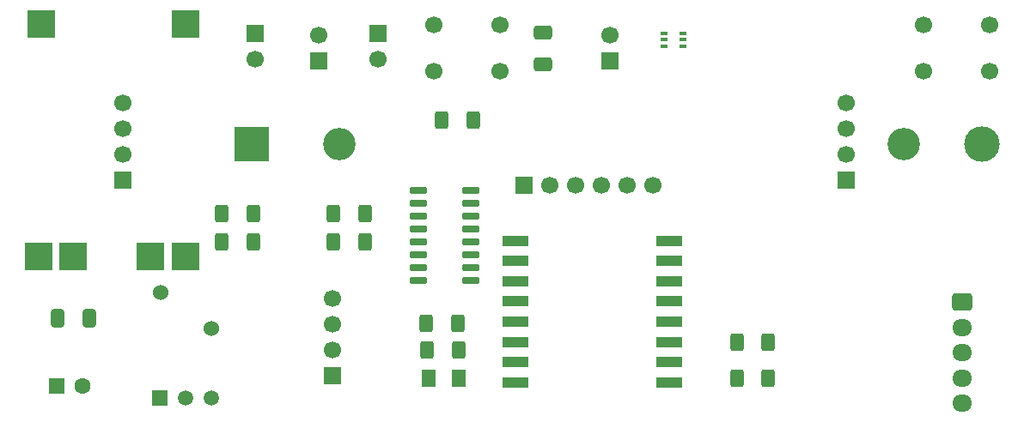
<source format=gbr>
%TF.GenerationSoftware,KiCad,Pcbnew,9.0.3*%
%TF.CreationDate,2025-07-30T11:35:09+02:00*%
%TF.ProjectId,TPOneBoard,54504f6e-6542-46f6-9172-642e6b696361,rev?*%
%TF.SameCoordinates,Original*%
%TF.FileFunction,Soldermask,Top*%
%TF.FilePolarity,Negative*%
%FSLAX46Y46*%
G04 Gerber Fmt 4.6, Leading zero omitted, Abs format (unit mm)*
G04 Created by KiCad (PCBNEW 9.0.3) date 2025-07-30 11:35:09*
%MOMM*%
%LPD*%
G01*
G04 APERTURE LIST*
G04 Aperture macros list*
%AMRoundRect*
0 Rectangle with rounded corners*
0 $1 Rounding radius*
0 $2 $3 $4 $5 $6 $7 $8 $9 X,Y pos of 4 corners*
0 Add a 4 corners polygon primitive as box body*
4,1,4,$2,$3,$4,$5,$6,$7,$8,$9,$2,$3,0*
0 Add four circle primitives for the rounded corners*
1,1,$1+$1,$2,$3*
1,1,$1+$1,$4,$5*
1,1,$1+$1,$6,$7*
1,1,$1+$1,$8,$9*
0 Add four rect primitives between the rounded corners*
20,1,$1+$1,$2,$3,$4,$5,0*
20,1,$1+$1,$4,$5,$6,$7,0*
20,1,$1+$1,$6,$7,$8,$9,0*
20,1,$1+$1,$8,$9,$2,$3,0*%
G04 Aperture macros list end*
%ADD10RoundRect,0.250000X-0.400000X-0.625000X0.400000X-0.625000X0.400000X0.625000X-0.400000X0.625000X0*%
%ADD11RoundRect,0.250000X-0.650000X0.412500X-0.650000X-0.412500X0.650000X-0.412500X0.650000X0.412500X0*%
%ADD12R,1.700000X1.700000*%
%ADD13C,1.700000*%
%ADD14RoundRect,0.250000X-0.550000X-0.550000X0.550000X-0.550000X0.550000X0.550000X-0.550000X0.550000X0*%
%ADD15C,1.600000*%
%ADD16R,1.500000X1.500000*%
%ADD17C,1.500000*%
%ADD18RoundRect,0.150000X-0.725000X-0.150000X0.725000X-0.150000X0.725000X0.150000X-0.725000X0.150000X0*%
%ADD19RoundRect,0.250000X0.400000X0.625000X-0.400000X0.625000X-0.400000X-0.625000X0.400000X-0.625000X0*%
%ADD20RoundRect,0.100000X-0.225000X-0.100000X0.225000X-0.100000X0.225000X0.100000X-0.225000X0.100000X0*%
%ADD21RoundRect,0.250000X-0.412500X-0.650000X0.412500X-0.650000X0.412500X0.650000X-0.412500X0.650000X0*%
%ADD22RoundRect,0.250000X-0.725000X0.600000X-0.725000X-0.600000X0.725000X-0.600000X0.725000X0.600000X0*%
%ADD23O,1.950000X1.700000*%
%ADD24R,2.800000X2.800000*%
%ADD25R,2.500000X1.000000*%
%ADD26RoundRect,0.250001X-0.462499X-0.624999X0.462499X-0.624999X0.462499X0.624999X-0.462499X0.624999X0*%
%ADD27C,3.200000*%
%ADD28R,3.500000X3.500000*%
%ADD29C,3.500000*%
%ADD30C,1.524000*%
G04 APERTURE END LIST*
D10*
%TO.C,R1*%
X176590000Y-105487000D03*
X179690000Y-105487000D03*
%TD*%
D11*
%TO.C,C4*%
X197216000Y-84836000D03*
X197216000Y-87961000D03*
%TD*%
D12*
%TO.C,JP6*%
X168895000Y-84913000D03*
D13*
X168895000Y-87453000D03*
%TD*%
D10*
%TO.C,R3*%
X165593000Y-102693000D03*
X168693000Y-102693000D03*
%TD*%
D14*
%TO.C,C5*%
X149352000Y-119668000D03*
D15*
X151852000Y-119668000D03*
%TD*%
D10*
%TO.C,R7*%
X216349000Y-115393000D03*
X219449000Y-115393000D03*
%TD*%
D16*
%TO.C,U2*%
X159522000Y-120918000D03*
D17*
X162062000Y-120918000D03*
X164602000Y-120918000D03*
%TD*%
D18*
%TO.C,U1*%
X184954000Y-100407000D03*
X184954000Y-101677000D03*
X184954000Y-102947000D03*
X184954000Y-104217000D03*
X184954000Y-105487000D03*
X184954000Y-106757000D03*
X184954000Y-108027000D03*
X184954000Y-109297000D03*
X190104000Y-109297000D03*
X190104000Y-108027000D03*
X190104000Y-106757000D03*
X190104000Y-105487000D03*
X190104000Y-104217000D03*
X190104000Y-102947000D03*
X190104000Y-101677000D03*
X190104000Y-100407000D03*
%TD*%
D12*
%TO.C,J8*%
X227102000Y-99418000D03*
D13*
X227102000Y-96878000D03*
X227102000Y-94338000D03*
X227102000Y-91798000D03*
%TD*%
D10*
%TO.C,R8*%
X216341000Y-118949000D03*
X219441000Y-118949000D03*
%TD*%
D19*
%TO.C,R2*%
X179690000Y-102693000D03*
X176590000Y-102693000D03*
%TD*%
D12*
%TO.C,J4*%
X203820000Y-87580000D03*
D13*
X203820000Y-85040000D03*
%TD*%
%TO.C,SW4*%
X234785000Y-84096000D03*
X241285000Y-84096000D03*
X234785000Y-88596000D03*
X241285000Y-88596000D03*
%TD*%
D19*
%TO.C,R4*%
X168693000Y-105487000D03*
X165593000Y-105487000D03*
%TD*%
D12*
%TO.C,JP3*%
X175118000Y-87580000D03*
D13*
X175118000Y-85040000D03*
%TD*%
D20*
%TO.C,Q2*%
X209159000Y-84883000D03*
X209159000Y-85533000D03*
X209159000Y-86183000D03*
X211059000Y-86183000D03*
X211059000Y-85533000D03*
X211059000Y-84883000D03*
%TD*%
D13*
%TO.C,SW5*%
X186525000Y-84096000D03*
X193025000Y-84096000D03*
X186525000Y-88596000D03*
X193025000Y-88596000D03*
%TD*%
D21*
%TO.C,C6*%
X149387000Y-112980000D03*
X152512000Y-112980000D03*
%TD*%
D12*
%TO.C,JP2*%
X180960000Y-84913000D03*
D13*
X180960000Y-87453000D03*
%TD*%
D22*
%TO.C,J1*%
X238602000Y-111418000D03*
D23*
X238602000Y-113918000D03*
X238602000Y-116418000D03*
X238602000Y-118918000D03*
X238602000Y-121418000D03*
%TD*%
D12*
%TO.C,J3*%
X195402000Y-99918000D03*
D13*
X197942000Y-99918000D03*
X200482000Y-99918000D03*
X203022000Y-99918000D03*
X205562000Y-99918000D03*
X208102000Y-99918000D03*
%TD*%
D19*
%TO.C,R5*%
X188909000Y-116153000D03*
X185809000Y-116153000D03*
%TD*%
D24*
%TO.C,J5*%
X162037000Y-83984000D03*
X147837000Y-83984000D03*
X162037000Y-106884000D03*
X147537000Y-106884000D03*
X158537000Y-106884000D03*
X150937000Y-106884000D03*
%TD*%
D19*
%TO.C,R6*%
X190384000Y-93422000D03*
X187284000Y-93422000D03*
%TD*%
D25*
%TO.C,U7*%
X209702000Y-119360000D03*
X209702000Y-117360000D03*
X209702000Y-115360000D03*
X209702000Y-113360000D03*
X209702000Y-111360000D03*
X209702000Y-109360000D03*
X209702000Y-107360000D03*
X209702000Y-105360000D03*
X194502000Y-105360000D03*
X194502000Y-107360000D03*
X194502000Y-109360000D03*
X194502000Y-111360000D03*
X194502000Y-113360000D03*
X194502000Y-115360000D03*
X194502000Y-117360000D03*
X194502000Y-119360000D03*
%TD*%
D26*
%TO.C,D4*%
X185988000Y-118947000D03*
X188963000Y-118947000D03*
%TD*%
D19*
%TO.C,R9*%
X188834000Y-113488000D03*
X185734000Y-113488000D03*
%TD*%
D12*
%TO.C,J2*%
X176515000Y-118695000D03*
D13*
X176515000Y-116155000D03*
X176515000Y-113615000D03*
X176515000Y-111075000D03*
%TD*%
D27*
%TO.C,BT2*%
X177159000Y-95835000D03*
X232769000Y-95835000D03*
D28*
X168514000Y-95835000D03*
D29*
X240514000Y-95835000D03*
%TD*%
D30*
%TO.C,J6*%
X164577000Y-113996000D03*
X159577000Y-110495997D03*
%TD*%
D12*
%TO.C,J7*%
X155852000Y-99418000D03*
D13*
X155852000Y-96878000D03*
X155852000Y-94338000D03*
X155852000Y-91798000D03*
%TD*%
M02*

</source>
